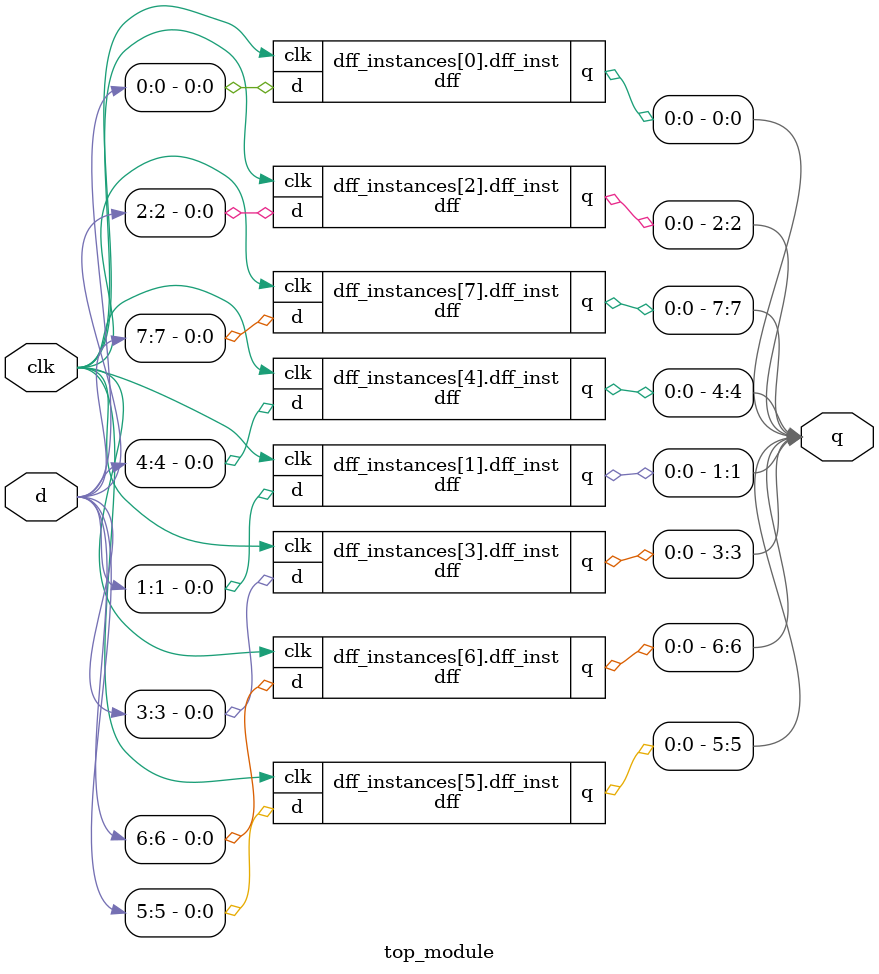
<source format=v>
module dff (
    input clk,    // Clocks are used in sequential circuits
    input d,
    output reg q );//

    always @(posedge clk) begin
        q <= d;
    end

endmodule

module top_module (
    input clk,
    input [7:0] d,
    output [7:0] q
);

    genvar i;
    generate
        for (i = 0; i < 8; i = i + 1) begin: dff_instances
            dff dff_inst (
                .clk(clk),
                .d(d[i]),
                .q(q[i])
            );
        end
    endgenerate

endmodule


</source>
